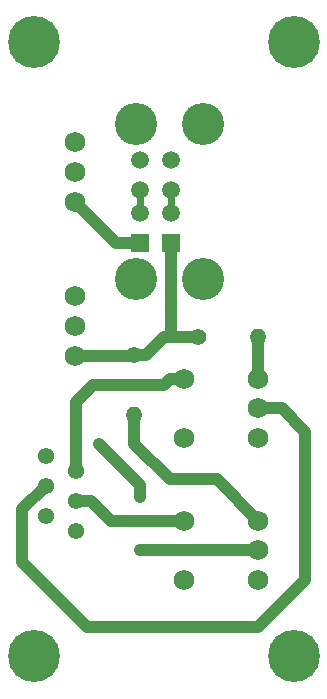
<source format=gbr>
%TF.GenerationSoftware,KiCad,Pcbnew,(5.1.6-0-10_14)*%
%TF.CreationDate,2020-08-18T03:36:25-05:00*%
%TF.ProjectId,Remote,52656d6f-7465-42e6-9b69-6361645f7063,rev?*%
%TF.SameCoordinates,Original*%
%TF.FileFunction,Copper,L1,Top*%
%TF.FilePolarity,Positive*%
%FSLAX46Y46*%
G04 Gerber Fmt 4.6, Leading zero omitted, Abs format (unit mm)*
G04 Created by KiCad (PCBNEW (5.1.6-0-10_14)) date 2020-08-18 03:36:25*
%MOMM*%
%LPD*%
G01*
G04 APERTURE LIST*
%TA.AperFunction,ComponentPad*%
%ADD10C,1.750000*%
%TD*%
%TA.AperFunction,ComponentPad*%
%ADD11C,4.400000*%
%TD*%
%TA.AperFunction,ComponentPad*%
%ADD12R,1.500000X1.500000*%
%TD*%
%TA.AperFunction,ComponentPad*%
%ADD13C,1.500000*%
%TD*%
%TA.AperFunction,ComponentPad*%
%ADD14C,3.570000*%
%TD*%
%TA.AperFunction,ComponentPad*%
%ADD15C,1.381000*%
%TD*%
%TA.AperFunction,ComponentPad*%
%ADD16O,1.400000X1.400000*%
%TD*%
%TA.AperFunction,ComponentPad*%
%ADD17C,1.400000*%
%TD*%
%TA.AperFunction,ViaPad*%
%ADD18C,0.600000*%
%TD*%
%TA.AperFunction,Conductor*%
%ADD19C,1.000000*%
%TD*%
%TA.AperFunction,Conductor*%
%ADD20C,0.600000*%
%TD*%
G04 APERTURE END LIST*
D10*
%TO.P,U4,3*%
%TO.N,5VB*%
X129536000Y-110592000D03*
%TO.P,U4,1*%
%TO.N,12ish-Rmt*%
X129536000Y-105512000D03*
%TO.P,U4,2*%
%TO.N,Com-Rmt*%
X129536000Y-108052000D03*
%TD*%
D11*
%TO.P,H4,1*%
%TO.N,N/C*%
X126036000Y-97052000D03*
%TD*%
%TO.P,H3,1*%
%TO.N,N/C*%
X148036000Y-97052000D03*
%TD*%
%TO.P,H2,1*%
%TO.N,N/C*%
X126036000Y-149052000D03*
%TD*%
%TO.P,H1,1*%
%TO.N,N/C*%
X148036000Y-149052000D03*
%TD*%
D10*
%TO.P,U3,3*%
%TO.N,5VA*%
X129536000Y-123592000D03*
%TO.P,U3,1*%
%TO.N,12ish-Rmt*%
X129536000Y-118512000D03*
%TO.P,U3,2*%
%TO.N,Com-Rmt*%
X129536000Y-121052000D03*
%TD*%
%TO.P,RP2,4*%
%TO.N,Com-Rmt*%
X138786000Y-130552000D03*
%TO.P,RP2,5*%
%TO.N,Auto_Man-Rmt*%
X138786000Y-125552000D03*
%TO.P,RP2,1*%
%TO.N,Com-Rmt*%
X145036000Y-130552000D03*
%TO.P,RP2,3*%
%TO.N,Net-(R5-Pad2)*%
X145036000Y-125552000D03*
%TO.P,RP2,2*%
%TO.N,Color-Rmt*%
X145036000Y-128052000D03*
%TD*%
%TO.P,RP1,4*%
%TO.N,Com-Rmt*%
X138786000Y-142552000D03*
%TO.P,RP1,5*%
%TO.N,On_Off-Rmt*%
X138786000Y-137552000D03*
%TO.P,RP1,1*%
%TO.N,Com-Rmt*%
X145036000Y-142552000D03*
%TO.P,RP1,3*%
%TO.N,Net-(R4-Pad2)*%
X145036000Y-137552000D03*
%TO.P,RP1,2*%
%TO.N,Brightness-Rmt*%
X145036000Y-140052000D03*
%TD*%
D12*
%TO.P,J8,A1*%
%TO.N,5VB*%
X135036000Y-114052000D03*
D13*
%TO.P,J8,A2*%
%TO.N,Net-(J8-PadA2)*%
X135036000Y-111552000D03*
%TO.P,J8,A3*%
X135036000Y-109552000D03*
%TO.P,J8,A4*%
%TO.N,Com-Rmt*%
X135036000Y-107052000D03*
D12*
%TO.P,J8,B1*%
%TO.N,5VA*%
X137656000Y-114052000D03*
D13*
%TO.P,J8,B2*%
%TO.N,Net-(J8-PadB2)*%
X137656000Y-111552000D03*
%TO.P,J8,B3*%
X137656000Y-109552000D03*
%TO.P,J8,B4*%
%TO.N,Com-Rmt*%
X137666000Y-107052000D03*
D14*
%TO.P,J8,MH1*%
%TO.N,Net-(J8-PadMH1)*%
X140366000Y-117122000D03*
%TO.P,J8,MH2*%
%TO.N,Net-(J8-PadMH2)*%
X140366000Y-103982000D03*
%TO.P,J8,MH3*%
%TO.N,Net-(J8-PadMH3)*%
X134686000Y-103982000D03*
%TO.P,J8,MH4*%
%TO.N,Net-(J8-PadMH4)*%
X134686000Y-117122000D03*
%TD*%
D15*
%TO.P,J5,1*%
%TO.N,Brightness-Rmt*%
X127036000Y-132052000D03*
%TO.P,J5,2*%
%TO.N,Auto_Man-Rmt*%
X129576000Y-133322000D03*
%TO.P,J5,3*%
%TO.N,Color-Rmt*%
X127036000Y-134592000D03*
%TO.P,J5,4*%
%TO.N,On_Off-Rmt*%
X129576000Y-135862000D03*
%TO.P,J5,5*%
%TO.N,12ish-Rmt*%
X127036000Y-137132000D03*
%TO.P,J5,6*%
%TO.N,Com-Rmt*%
X129576000Y-138402000D03*
%TD*%
D16*
%TO.P,R5,2*%
%TO.N,Net-(R5-Pad2)*%
X145036000Y-122052000D03*
D17*
%TO.P,R5,1*%
%TO.N,5VA*%
X139956000Y-122052000D03*
%TD*%
D16*
%TO.P,R4,2*%
%TO.N,Net-(R4-Pad2)*%
X134536000Y-128632000D03*
D17*
%TO.P,R4,1*%
%TO.N,5VA*%
X134536000Y-123552000D03*
%TD*%
D18*
%TO.N,Brightness-Rmt*%
X135036000Y-140052000D03*
X135036000Y-135552000D03*
X135036000Y-135552000D03*
X131536000Y-131052000D03*
%TD*%
D19*
%TO.N,Com-Rmt*%
X129536000Y-138442000D02*
X129576000Y-138402000D01*
%TO.N,Brightness-Rmt*%
X145036000Y-140052000D02*
X135036000Y-140052000D01*
X135036000Y-140052000D02*
X135036000Y-140052000D01*
X135036000Y-135552000D02*
X135036000Y-134552000D01*
X135036000Y-134552000D02*
X131536000Y-131052000D01*
X131536000Y-131052000D02*
X131536000Y-131052000D01*
%TO.N,Color-Rmt*%
X149036000Y-130052000D02*
X147036000Y-128052000D01*
X149036000Y-142552000D02*
X149036000Y-130052000D01*
X127036000Y-134592000D02*
X125036000Y-136592000D01*
X145036000Y-146552000D02*
X149036000Y-142552000D01*
X125036000Y-141052000D02*
X130536000Y-146552000D01*
X147036000Y-128052000D02*
X145036000Y-128052000D01*
X130536000Y-146552000D02*
X145036000Y-146552000D01*
X125036000Y-136592000D02*
X125036000Y-141052000D01*
%TO.N,On_Off-Rmt*%
X129576000Y-135862000D02*
X130846000Y-135862000D01*
X132536000Y-137552000D02*
X138786000Y-137552000D01*
X130846000Y-135862000D02*
X132536000Y-137552000D01*
%TO.N,Auto_Man-Rmt*%
X138786000Y-125552000D02*
X137536000Y-125552000D01*
X137536000Y-125552000D02*
X137036000Y-126052000D01*
X137036000Y-126052000D02*
X131036000Y-126052000D01*
X129576000Y-127512000D02*
X129576000Y-133322000D01*
X131036000Y-126052000D02*
X129576000Y-127512000D01*
%TO.N,Net-(R4-Pad2)*%
X134536000Y-128632000D02*
X134536000Y-131052000D01*
X134536000Y-131052000D02*
X137536000Y-134052000D01*
X141536000Y-134052000D02*
X145036000Y-137552000D01*
X137536000Y-134052000D02*
X141536000Y-134052000D01*
%TO.N,5VA*%
X134496000Y-123592000D02*
X134536000Y-123552000D01*
X129536000Y-123592000D02*
X134496000Y-123592000D01*
X134536000Y-123552000D02*
X135536000Y-123552000D01*
X135536000Y-123552000D02*
X137036000Y-122052000D01*
X137656000Y-121672000D02*
X138036000Y-122052000D01*
X137656000Y-114052000D02*
X137656000Y-121672000D01*
X138036000Y-122052000D02*
X140036000Y-122052000D01*
X137036000Y-122052000D02*
X138036000Y-122052000D01*
%TO.N,Net-(R5-Pad2)*%
X145036000Y-122052000D02*
X145036000Y-125552000D01*
%TO.N,5VB*%
X129536000Y-110592000D02*
X132996000Y-114052000D01*
X132996000Y-114052000D02*
X135036000Y-114052000D01*
D20*
%TO.N,Net-(J8-PadA2)*%
X135036000Y-109552000D02*
X135036000Y-111552000D01*
%TO.N,Net-(J8-PadB2)*%
X137656000Y-109552000D02*
X137656000Y-111552000D01*
%TD*%
M02*

</source>
